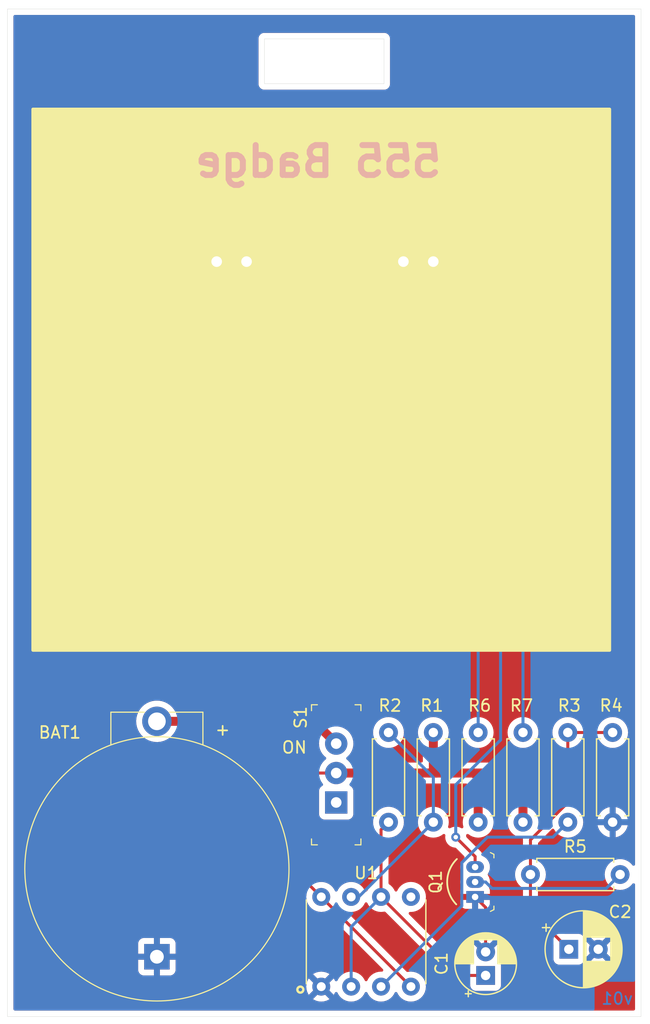
<source format=kicad_pcb>
(kicad_pcb (version 20211014) (generator pcbnew)
  (title_block (title "555_Badge") (rev "V01") (comment 3 "License CC BY 4.0") (comment 4 "Author: Sam DuBois"))
  (layers (0 "F.Cu" signal) (31 "B.Cu" signal) (34 "B.Paste" user) (35 "F.Paste" user) (36 "B.SilkS" user "B.Silkscreen") (37 "F.SilkS" user "F.Silkscreen") (38 "B.Mask" user) (39 "F.Mask" user) (44 "Edge.Cuts" user))
  (net 0 "")
  (net 1 "GND")
  (net 2 "Net-(BAT1-PadPos)")
  (net 3 "Net-(C1-Pad1)")
  (net 4 "Net-(C2-Pad1)")
  (net 5 "Net-(D1-Pad1)")
  (net 6 "Net-(D1-Pad2)")
  (net 7 "Net-(D2-Pad2)")
  (net 8 "Net-(Q1-Pad2)")
  (net 9 "VCC")
  (net 10 "Net-(R1-Pad2)")
  (net 11 "Net-(R3-Pad1)")
  (footprint "Resistor_THT:R_Axial_DIN0207_L6.3mm_D2.5mm_P7.62mm_Horizontal" (layer "F.Cu") (at 167.005 110.49 90)
    (fp_text reference "R6" (at 9.906 0.127 180) (layer "F.SilkS"))
    (fp_text value "100")
    (fp_line (start 0.54 1.04) (end 0.54 1.37) (layer "F.SilkS") (width 0.12))
    (fp_line (start 0.54 -1.37) (end 7.08 -1.37) (layer "F.SilkS") (width 0.12))
    (fp_line (start 7.08 -1.37) (end 7.08 -1.04) (layer "F.SilkS") (width 0.12))
    (fp_line (start 7.08 1.37) (end 7.08 1.04) (layer "F.SilkS") (width 0.12))
    (fp_line (start 0.54 1.37) (end 7.08 1.37) (layer "F.SilkS") (width 0.12))
    (fp_line (start 0.54 -1.04) (end 0.54 -1.37) (layer "F.SilkS") (width 0.12))
    (pad "1" thru_hole circle (at 0 0 90) (size 1.6 1.6) (drill 0.8) (layers *.Cu *.Mask) (net 9 "VCC"))
    (pad "2" thru_hole oval (at 7.62 0 90) (size 1.6 1.6) (drill 0.8) (layers *.Cu *.Mask) (net 6 "Net-(D1-Pad2)"))
  )
  (footprint "Capacitor_THT:CP_Radial_D6.3mm_P2.50mm" (layer "F.Cu") (at 174.712621 121.285)
    (fp_text reference "C2" (at 4.357379 -3.175) (layer "F.SilkS"))
    (fp_text value "100uF")
    (fp_line (start 1.57 -3.215) (end 1.57 -1.04) (layer "F.SilkS") (width 0.12))
    (fp_line (start 2.491 1.04) (end 2.491 2.986) (layer "F.SilkS") (width 0.12))
    (fp_line (start 1.93 1.04) (end 1.93 3.159) (layer "F.SilkS") (width 0.12))
    (fp_line (start 3.411 -2.416) (end 3.411 -1.04) (layer "F.SilkS") (width 0.12))
    (fp_line (start 2.691 1.04) (end 2.691 2.896) (layer "F.SilkS") (width 0.12))
    (fp_line (start 2.851 -2.812) (end 2.851 -1.04) (layer "F.SilkS") (width 0.12))
    (fp_line (start 2.331 -3.047) (end 2.331 -1.04) (layer "F.SilkS") (width 0.12))
    (fp_line (start 2.971 1.04) (end 2.971 2.742) (layer "F.SilkS") (width 0.12))
    (fp_line (start 2.211 1.04) (end 2.211 3.086) (layer "F.SilkS") (width 0.12))
    (fp_line (start 3.731 -2.092) (end 3.731 2.092) (layer "F.SilkS") (width 0.12))
    (fp_line (start 3.251 1.04) (end 3.251 2.548) (layer "F.SilkS") (width 0.12))
    (fp_line (start 2.731 1.04) (end 2.731 2.876) (layer "F.SilkS") (width 0.12))
    (fp_line (start 1.37 -3.228) (end 1.37 3.228) (layer "F.SilkS") (width 0.12))
    (fp_line (start 1.61 -3.211) (end 1.61 -1.04) (layer "F.SilkS") (width 0.12))
    (fp_line (start 3.171 1.04) (end 3.171 2.607) (layer "F.SilkS") (width 0.12))
    (fp_line (start 1.29 -3.23) (end 1.29 3.23) (layer "F.SilkS") (width 0.12))
    (fp_line (start 4.251 -1.262) (end 4.251 1.262) (layer "F.SilkS") (width 0.12))
    (fp_line (start 1.69 1.04) (end 1.69 3.201) (layer "F.SilkS") (width 0.12))
    (fp_line (start 2.371 -3.033) (end 2.371 -1.04) (layer "F.SilkS") (width 0.12))
    (fp_line (start 3.211 -2.578) (end 3.211 -1.04) (layer "F.SilkS") (width 0.12))
    (fp_line (start 3.011 -2.716) (end 3.011 -1.04) (layer "F.SilkS") (width 0.12))
    (fp_line (start 1.77 -3.189) (end 1.77 -1.04) (layer "F.SilkS") (width 0.12))
    (fp_line (start 3.931 -1.834) (end 3.931 1.834) (layer "F.SilkS") (width 0.12))
    (fp_line (start 2.771 -2.856) (end 2.771 -1.04) (layer "F.SilkS") (width 0.12))
    (fp_line (start 1.971 1.04) (end 1.971 3.15) (layer "F.SilkS") (width 0.12))
    (fp_line (start 3.291 -2.516) (end 3.291 -1.04) (layer "F.SilkS") (width 0.12))
    (fp_line (start 2.731 -2.876) (end 2.731 -1.04) (layer "F.SilkS") (width 0.12))
    (fp_line (start 2.931 -2.766) (end 2.931 -1.04) (layer "F.SilkS") (width 0.12))
    (fp_line (start 3.571 -2.265) (end 3.571 2.265) (layer "F.SilkS") (width 0.12))
    (fp_line (start 1.49 1.04) (end 1.49 3.222) (layer "F.SilkS") (width 0.12))
    (fp_line (start 2.851 1.04) (end 2.851 2.812) (layer "F.SilkS") (width 0.12))
    (fp_line (start 4.091 -1.581) (end 4.091 1.581) (layer "F.SilkS") (width 0.12))
    (fp_line (start 3.891 -1.89) (end 3.891 1.89) (layer "F.SilkS") (width 0.12))
    (fp_line (start 1.85 -3.175) (end 1.85 -1.04) (layer "F.SilkS") (width 0.12))
    (fp_line (start 3.051 1.04) (end 3.051 2.69) (layer "F.SilkS") (width 0.12))
    (fp_line (start 3.331 1.04) (end 3.331 2.484) (layer "F.SilkS") (width 0.12))
    (fp_line (start 1.65 1.04) (end 1.65 3.206) (layer "F.SilkS") (width 0.12))
    (fp_line (start 3.531 1.04) (end 3.531 2.305) (layer "F.SilkS") (width 0.12))
    (fp_line (start 4.051 -1.65) (end 4.051 1.65) (layer "F.SilkS") (width 0.12))
    (fp_line (start 3.491 -2.343) (end 3.491 -1.04) (layer "F.SilkS") (width 0.12))
    (fp_line (start 2.571 1.04) (end 2.571 2.952) (layer "F.SilkS") (width 0.12))
    (fp_line (start 4.291 -1.165) (end 4.291 1.165) (layer "F.SilkS") (width 0.12))
    (fp_line (start 4.011 -1.714) (end 4.011 1.714) (layer "F.SilkS") (width 0.12))
    (fp_line (start 3.451 -2.38) (end 3.451 -1.04) (layer "F.SilkS") (width 0.12))
    (fp_line (start 3.491 1.04) (end 3.491 2.343) (layer "F.SilkS") (width 0.12))
    (fp_line (start 2.771 1.04) (end 2.771 2.856) (layer "F.SilkS") (width 0.12))
    (fp_line (start 1.81 1.04) (end 1.81 3.182) (layer "F.SilkS") (width 0.12))
    (fp_line (start 2.571 -2.952) (end 2.571 -1.04) (layer "F.SilkS") (width 0.12))
    (fp_line (start 3.011 1.04) (end 3.011 2.716) (layer "F.SilkS") (width 0.12))
    (fp_line (start 2.611 -2.934) (end 2.611 -1.04) (layer "F.SilkS") (width 0.12))
    (fp_line (start 1.89 -3.167) (end 1.89 -1.04) (layer "F.SilkS") (width 0.12))
    (fp_line (start 2.091 -3.121) (end 2.091 -1.04) (layer "F.SilkS") (width 0.12))
    (fp_line (start 1.25 -3.23) (end 1.25 3.23) (layer "F.SilkS") (width 0.12))
    (fp_line (start 2.811 -2.834) (end 2.811 -1.04) (layer "F.SilkS") (width 0.12))
    (fp_line (start 3.411 1.04) (end 3.411 2.416) (layer "F.SilkS") (width 0.12))
    (fp_line (start 3.251 -2.548) (end 3.251 -1.04) (layer "F.SilkS") (width 0.12))
    (fp_line (start 2.491 -2.986) (end 2.491 -1.04) (layer "F.SilkS") (width 0.12))
    (fp_line (start 4.491 -0.402) (end 4.491 0.402) (layer "F.SilkS") (width 0.12))
    (fp_line (start 2.251 1.04) (end 2.251 3.074) (layer "F.SilkS") (width 0.12))
    (fp_line (start 4.371 -0.94) (end 4.371 0.94) (layer "F.SilkS") (width 0.12))
    (fp_line (start 1.73 -3.195) (end 1.73 -1.04) (layer "F.SilkS") (width 0.12))
    (fp_line (start 2.891 -2.79) (end 2.891 -1.04) (layer "F.SilkS") (width 0.12))
    (fp_line (start 2.611 1.04) (end 2.611 2.934) (layer "F.SilkS") (width 0.12))
    (fp_line (start 3.771 -2.044) (end 3.771 2.044) (layer "F.SilkS") (width 0.12))
    (fp_line (start 1.89 1.04) (end 1.89 3.167) (layer "F.SilkS") (width 0.12))
    (fp_line (start 3.091 -2.664) (end 3.091 -1.04) (layer "F.SilkS") (width 0.12))
    (fp_line (start 1.69 -3.201) (end 1.69 -1.04) (layer "F.SilkS") (width 0.12))
    (fp_line (start 2.011 -3.141) (end 2.011 -1.04) (layer "F.SilkS") (width 0.12))
    (fp_line (start 3.611 -2.224) (end 3.611 2.224) (layer "F.SilkS") (width 0.12))
    (fp_line (start 2.171 -3.098) (end 2.171 -1.04) (layer "F.SilkS") (width 0.12))
    (fp_line (start 2.331 1.04) (end 2.331 3.047) (layer "F.SilkS") (width 0.12))
    (fp_line (start 3.971 -1.776) (end 3.971 1.776) (layer "F.SilkS") (width 0.12))
    (fp_line (start 1.57 1.04) (end 1.57 3.215) (layer "F.SilkS") (width 0.12))
    (fp_line (start 3.371 1.04) (end 3.371 2.45) (layer "F.SilkS") (width 0.12))
    (fp_line (start 2.691 -2.896) (end 2.691 -1.04) (layer "F.SilkS") (width 0.12))
    (fp_line (start 2.171 1.04) (end 2.171 3.098) (layer "F.SilkS") (width 0.12))
    (fp_line (start 2.531 1.04) (end 2.531 2.97) (layer "F.SilkS") (width 0.12))
    (fp_line (start 1.53 -3.218) (end 1.53 -1.04) (layer "F.SilkS") (width 0.12))
    (fp_line (start 2.651 1.04) (end 2.651 2.916) (layer "F.SilkS") (width 0.12))
    (fp_line (start 2.131 -3.11) (end 2.131 -1.04) (layer "F.SilkS") (width 0.12))
    (fp_line (start 2.211 -3.086) (end 2.211 -1.04) (layer "F.SilkS") (width 0.12))
    (fp_line (start 2.411 1.04) (end 2.411 3.018) (layer "F.SilkS") (width 0.12))
    (fp_line (start 2.291 -3.061) (end 2.291 -1.04) (layer "F.SilkS") (width 0.12))
    (fp_line (start 2.451 1.04) (end 2.451 3.002) (layer "F.SilkS") (width 0.12))
    (fp_line (start -2.250241 -1.839) (end -1.620241 -1.839) (layer "F.SilkS") (width 0.12))
    (fp_line (start 3.371 -2.45) (end 3.371 -1.04) (layer "F.SilkS") (width 0.12))
    (fp_line (start 2.811 1.04) (end 2.811 2.834) (layer "F.SilkS") (width 0.12))
    (fp_line (start 2.051 1.04) (end 2.051 3.131) (layer "F.SilkS") (width 0.12))
    (fp_line (start 2.251 -3.074) (end 2.251 -1.04) (layer "F.SilkS") (width 0.12))
    (fp_line (start 1.41 -3.227) (end 1.41 3.227) (layer "F.SilkS") (width 0.12))
    (fp_line (start 2.531 -2.97) (end 2.531 -1.04) (layer "F.SilkS") (width 0.12))
    (fp_line (start 1.73 1.04) (end 1.73 3.195) (layer "F.SilkS") (width 0.12))
    (fp_line (start 1.81 -3.182) (end 1.81 -1.04) (layer "F.SilkS") (width 0.12))
    (fp_line (start 2.451 -3.002) (end 2.451 -1.04) (layer "F.SilkS") (width 0.12))
    (fp_line (start 2.651 -2.916) (end 2.651 -1.04) (layer "F.SilkS") (width 0.12))
    (fp_line (start 1.93 -3.159) (end 1.93 -1.04) (layer "F.SilkS") (width 0.12))
    (fp_line (start 1.45 -3.224) (end 1.45 3.224) (layer "F.SilkS") (width 0.12))
    (fp_line (start 3.291 1.04) (end 3.291 2.516) (layer "F.SilkS") (width 0.12))
    (fp_line (start 3.171 -2.607) (end 3.171 -1.04) (layer "F.SilkS") (width 0.12))
    (fp_line (start 4.331 -1.059) (end 4.331 1.059) (layer "F.SilkS") (width 0.12))
    (fp_line (start 2.051 -3.131) (end 2.051 -1.04) (layer "F.SilkS") (width 0.12))
    (fp_line (start 3.851 -1.944) (end 3.851 1.944) (layer "F.SilkS") (width 0.12))
    (fp_line (start -1.935241 -2.154) (end -1.935241 -1.524) (layer "F.SilkS") (width 0.12))
    (fp_line (start 4.411 -0.802) (end 4.411 0.802) (layer "F.SilkS") (width 0.12))
    (fp_line (start 2.971 -2.742) (end 2.971 -1.04) (layer "F.SilkS") (width 0.12))
    (fp_line (start 3.131 -2.636) (end 3.131 -1.04) (layer "F.SilkS") (width 0.12))
    (fp_line (start 1.61 1.04) (end 1.61 3.211) (layer "F.SilkS") (width 0.12))
    (fp_line (start 1.65 -3.206) (end 1.65 -1.04) (layer "F.SilkS") (width 0.12))
    (fp_line (start 4.211 -1.35) (end 4.211 1.35) (layer "F.SilkS") (width 0.12))
    (fp_line (start 3.211 1.04) (end 3.211 2.578) (layer "F.SilkS") (width 0.12))
    (fp_line (start 4.131 -1.509) (end 4.131 1.509) (layer "F.SilkS") (width 0.12))
    (fp_line (start 3.451 1.04) (end 3.451 2.38) (layer "F.SilkS") (width 0.12))
    (fp_line (start 3.691 -2.137) (end 3.691 2.137) (layer "F.SilkS") (width 0.12))
    (fp_line (start 1.53 1.04) (end 1.53 3.218) (layer "F.SilkS") (width 0.12))
    (fp_line (start 2.891 1.04) (end 2.891 2.79) (layer "F.SilkS") (width 0.12))
    (fp_line (start 3.651 -2.182) (end 3.651 2.182) (layer "F.SilkS") (width 0.12))
    (fp_line (start 2.931 1.04) (end 2.931 2.766) (layer "F.SilkS") (width 0.12))
    (fp_line (start 2.091 1.04) (end 2.091 3.121) (layer "F.SilkS") (width 0.12))
    (fp_line (start 3.331 -2.484) (end 3.331 -1.04) (layer "F.SilkS") (width 0.12))
    (fp_line (start 1.85 1.04) (end 1.85 3.175) (layer "F.SilkS") (width 0.12))
    (fp_line (start 1.49 -3.222) (end 1.49 -1.04) (layer "F.SilkS") (width 0.12))
    (fp_line (start 1.77 1.04) (end 1.77 3.189) (layer "F.SilkS") (width 0.12))
    (fp_line (start 2.291 1.04) (end 2.291 3.061) (layer "F.SilkS") (width 0.12))
    (fp_line (start 4.451 -0.633) (end 4.451 0.633) (layer "F.SilkS") (width 0.12))
    (fp_line (start 3.131 1.04) (end 3.131 2.636) (layer "F.SilkS") (width 0.12))
    (fp_line (start 3.051 -2.69) (end 3.051 -1.04) (layer "F.SilkS") (width 0.12))
    (fp_line (start 3.811 -1.995) (end 3.811 1.995) (layer "F.SilkS") (width 0.12))
    (fp_line (start 2.131 1.04) (end 2.131 3.11) (layer "F.SilkS") (width 0.12))
    (fp_line (start 4.171 -1.432) (end 4.171 1.432) (layer "F.SilkS") (width 0.12))
    (fp_line (start 3.091 1.04) (end 3.091 2.664) (layer "F.SilkS") (width 0.12))
    (fp_line (start 2.011 1.04) (end 2.011 3.141) (layer "F.SilkS") (width 0.12))
    (fp_line (start 2.371 1.04) (end 2.371 3.033) (layer "F.SilkS") (width 0.12))
    (fp_line (start 1.33 -3.23) (end 1.33 3.23) (layer "F.SilkS") (width 0.12))
    (fp_line (start 1.971 -3.15) (end 1.971 -1.04) (layer "F.SilkS") (width 0.12))
    (fp_line (start 2.411 -3.018) (end 2.411 -1.04) (layer "F.SilkS") (width 0.12))
    (fp_line (start 3.531 -2.305) (end 3.531 -1.04) (layer "F.SilkS") (width 0.12))
    (fp_circle (center 1.25 0) (end 4.52 0) (layer "F.SilkS") (width 0.12) (fill none))
    (pad "1" thru_hole rect (at 0 0) (size 1.6 1.6) (drill 0.8) (layers *.Cu *.Mask) (net 4 "Net-(C2-Pad1)"))
    (pad "2" thru_hole circle (at 2.5 0) (size 1.6 1.6) (drill 0.8) (layers *.Cu *.Mask) (net 1 "GND"))
  )
  (footprint "Resistor_THT:R_Axial_DIN0207_L6.3mm_D2.5mm_P7.62mm_Horizontal" (layer "F.Cu") (at 171.45 114.935)
    (fp_text reference "R5" (at 3.81 -2.37) (layer "F.SilkS"))
    (fp_text value "10k")
    (fp_line (start 7.08 1.37) (end 7.08 1.04) (layer "F.SilkS") (width 0.12))
    (fp_line (start 7.08 -1.37) (end 7.08 -1.04) (layer "F.SilkS") (width 0.12))
    (fp_line (start 0.54 -1.37) (end 7.08 -1.37) (layer "F.SilkS") (width 0.12))
    (fp_line (start 0.54 1.04) (end 0.54 1.37) (layer "F.SilkS") (width 0.12))
    (fp_line (start 0.54 1.37) (end 7.08 1.37) (layer "F.SilkS") (width 0.12))
    (fp_line (start 0.54 -1.04) (end 0.54 -1.37) (layer "F.SilkS") (width 0.12))
    (pad "1" thru_hole circle (at 0 0) (size 1.6 1.6) (drill 0.8) (layers *.Cu *.Mask) (net 4 "Net-(C2-Pad1)"))
    (pad "2" thru_hole oval (at 7.62 0) (size 1.6 1.6) (drill 0.8) (layers *.Cu *.Mask) (net 8 "Net-(Q1-Pad2)"))
  )
  (footprint "LED_THT:LED_D3.0mm" (layer "F.Cu") (at 144.78 62.865)
    (fp_text reference "D1" (at 1.27 -2.96) (layer "F.SilkS"))
    (fp_text value "RED")
    (fp_line (start -0.29 -1.236) (end -0.29 -1.08) (layer "F.SilkS") (width 0.12))
    (fp_line (start -0.29 1.08) (end -0.29 1.236) (layer "F.SilkS") (width 0.12))
    (fp_arc (start 2.942335 1.078608) (mid 1.366487 1.987659) (end -0.29 1.235516) (layer "F.SilkS") (width 0.12))
    (fp_arc (start 0.229039 -1.08) (mid 1.270117 -1.5) (end 2.31113 -1.079837) (layer "F.SilkS") (width 0.12))
    (fp_arc (start 2.31113 1.079837) (mid 1.270117 1.5) (end 0.229039 1.08) (layer "F.SilkS") (width 0.12))
    (fp_arc (start -0.29 -1.235516) (mid 1.366487 -1.987659) (end 2.942335 -1.078608) (layer "F.SilkS") (width 0.12))
    (pad "1" thru_hole rect (at 0 0) (size 1.8 1.8) (drill 0.9) (layers *.Cu *.Mask) (net 5 "Net-(D1-Pad1)"))
    (pad "2" thru_hole circle (at 2.54 0) (size 1.8 1.8) (drill 0.9) (layers *.Cu *.Mask) (net 6 "Net-(D1-Pad2)"))
  )
  (footprint "Capacitor_THT:CP_Radial_D5.0mm_P2.00mm" (layer "F.Cu") (at 167.64 123.510113 90)
    (fp_text reference "C1" (at 1 -3.75 90) (layer "F.SilkS"))
    (fp_text value "10uF")
    (fp_line (start 1.2 1.04) (end 1.2 2.573) (layer "F.SilkS") (width 0.12))
    (fp_line (start 3.441 -0.915) (end 3.441 0.915) (layer "F.SilkS") (width 0.12))
    (fp_line (start 1.6 1.04) (end 1.6 2.511) (layer "F.SilkS") (width 0.12))
    (fp_line (start 2.921 1.04) (end 2.921 1.743) (layer "F.SilkS") (width 0.12))
    (fp_line (start 1.841 1.04) (end 1.841 2.442) (layer "F.SilkS") (width 0.12))
    (fp_line (start 2.961 1.04) (end 2.961 1.699) (layer "F.SilkS") (width 0.12))
    (fp_line (start 1.56 1.04) (end 1.56 2.52) (layer "F.SilkS") (width 0.12))
    (fp_line (start 1.881 -2.428) (end 1.881 -1.04) (layer "F.SilkS") (width 0.12))
    (fp_line (start 3.401 -1.011) (end 3.401 1.011) (layer "F.SilkS") (width 0.12))
    (fp_line (start 1.761 -2.468) (end 1.761 -1.04) (layer "F.SilkS") (width 0.12))
    (fp_line (start 3.001 1.04) (end 3.001 1.653) (layer "F.SilkS") (width 0.12))
    (fp_line (start 1.24 -2.569) (end 1.24 -1.04) (layer "F.SilkS") (width 0.12))
    (fp_line (start 2.801 -1.864) (end 2.801 -1.04) (layer "F.SilkS") (width 0.12))
    (fp_line (start 2.481 -2.122) (end 2.481 -1.04) (layer "F.SilkS") (width 0.12))
    (fp_line (start 1.52 1.04) (end 1.52 2.528) (layer "F.SilkS") (width 0.12))
    (fp_line (start 1.68 1.04) (end 1.68 2.491) (layer "F.SilkS") (width 0.12))
    (fp_line (start 2.681 -1.971) (end 2.681 -1.04) (layer "F.SilkS") (width 0.12))
    (fp_line (start 1.44 1.04) (end 1.44 2.543) (layer "F.SilkS") (width 0.12))
    (fp_line (start 3.561 -0.518) (end 3.561 0.518) (layer "F.SilkS") (width 0.12))
    (fp_line (start 1.52 -2.528) (end 1.52 -1.04) (layer "F.SilkS") (width 0.12))
    (fp_line (start 3.321 -1.178) (end 3.321 1.178) (layer "F.SilkS") (width 0.12))
    (fp_line (start 2.401 -2.175) (end 2.401 -1.04) (layer "F.SilkS") (width 0.12))
    (fp_line (start 1.44 -2.543) (end 1.44 -1.04) (layer "F.SilkS") (width 0.12))
    (fp_line (start 2.761 -1.901) (end 2.761 -1.04) (layer "F.SilkS") (width 0.12))
    (fp_line (start 1.08 1.04) (end 1.08 2.579) (layer "F.SilkS") (width 0.12))
    (fp_line (start 1.04 1.04) (end 1.04 2.58) (layer "F.SilkS") (width 0.12))
    (fp_line (start 1.801 -2.455) (end 1.801 -1.04) (layer "F.SilkS") (width 0.12))
    (fp_line (start 3.161 -1.443) (end 3.161 1.443) (layer "F.SilkS") (width 0.12))
    (fp_line (start 2.481 1.04) (end 2.481 2.122) (layer "F.SilkS") (width 0.12))
    (fp_line (start 1.761 1.04) (end 1.761 2.468) (layer "F.SilkS") (width 0.12))
    (fp_line (start 2.921 -1.743) (end 2.921 -1.04) (layer "F.SilkS") (width 0.12))
    (fp_line (start 2.841 1.04) (end 2.841 1.826) (layer "F.SilkS") (width 0.12))
    (fp_line (start 1.921 1.04) (end 1.921 2.414) (layer "F.SilkS") (width 0.12))
    (fp_line (start 2.001 -2.382) (end 2.001 -1.04) (layer "F.SilkS") (width 0.12))
    (fp_line (start 2.081 1.04) (end 2.081 2.348) (layer "F.SilkS") (width 0.12))
    (fp_line (start 1.4 1.04) (end 1.4 2.55) (layer "F.SilkS") (width 0.12))
    (fp_line (start 2.201 -2.29) (end 2.201 -1.04) (layer "F.SilkS") (width 0.12))
    (fp_line (start 1.28 1.04) (end 1.28 2.565) (layer "F.SilkS") (width 0.12))
    (fp_line (start 1.4 -2.55) (end 1.4 -1.04) (layer "F.SilkS") (width 0.12))
    (fp_line (start 3.281 -1.251) (end 3.281 1.251) (layer "F.SilkS") (width 0.12))
    (fp_line (start 1.04 -2.58) (end 1.04 -1.04) (layer "F.SilkS") (width 0.12))
    (fp_line (start 2.241 -2.268) (end 2.241 -1.04) (layer "F.SilkS") (width 0.12))
    (fp_line (start 2.401 1.04) (end 2.401 2.175) (layer "F.SilkS") (width 0.12))
    (fp_line (start 1 -2.58) (end 1 -1.04) (layer "F.SilkS") (width 0.12))
    (fp_line (start 2.521 1.04) (end 2.521 2.095) (layer "F.SilkS") (width 0.12))
    (fp_line (start 1.721 1.04) (end 1.721 2.48) (layer "F.SilkS") (width 0.12))
    (fp_line (start 2.641 1.04) (end 2.641 2.004) (layer "F.SilkS") (width 0.12))
    (fp_line (start 1.48 -2.536) (end 1.48 -1.04) (layer "F.SilkS") (width 0.12))
    (fp_line (start 2.801 1.04) (end 2.801 1.864) (layer "F.SilkS") (width 0.12))
    (fp_line (start 2.081 -2.348) (end 2.081 -1.04) (layer "F.SilkS") (width 0.12))
    (fp_line (start 2.601 1.04) (end 2.601 2.035) (layer "F.SilkS") (width 0.12))
    (fp_line (start 2.161 1.04) (end 2.161 2.31) (layer "F.SilkS") (width 0.12))
    (fp_line (start 1.841 -2.442) (end 1.841 -1.04) (layer "F.SilkS") (width 0.12))
    (fp_line (start 2.121 -2.329) (end 2.121 -1.04) (layer "F.SilkS") (width 0.12))
    (fp_line (start 1.16 1.04) (end 1.16 2.576) (layer "F.SilkS") (width 0.12))
    (fp_line (start 3.481 -0.805) (end 3.481 0.805) (layer "F.SilkS") (width 0.12))
    (fp_line (start 2.281 1.04) (end 2.281 2.247) (layer "F.SilkS") (width 0.12))
    (fp_line (start 1.12 -2.578) (end 1.12 -1.04) (layer "F.SilkS") (width 0.12))
    (fp_line (start 1.881 1.04) (end 1.881 2.428) (layer "F.SilkS") (width 0.12))
    (fp_line (start 2.601 -2.035) (end 2.601 -1.04) (layer "F.SilkS") (width 0.12))
    (fp_line (start 3.121 -1.5) (end 3.121 1.5) (layer "F.SilkS") (width 0.12))
    (fp_line (start 2.681 1.04) (end 2.681 1.971) (layer "F.SilkS") (width 0.12))
    (fp_line (start 2.161 -2.31) (end 2.161 -1.04) (layer "F.SilkS") (width 0.12))
    (fp_line (start 1.36 1.04) (end 1.36 2.556) (layer "F.SilkS") (width 0.12))
    (fp_line (start 2.281 -2.247) (end 2.281 -1.04) (layer "F.SilkS") (width 0.12))
    (fp_line (start 1 1.04) (end 1 2.58) (layer "F.SilkS") (width 0.12))
    (fp_line (start 1.32 1.04) (end 1.32 2.561) (layer "F.SilkS") (width 0.12))
    (fp_line (start 3.521 -0.677) (end 3.521 0.677) (layer "F.SilkS") (width 0.12))
    (fp_line (start 1.48 1.04) (end 1.48 2.536) (layer "F.SilkS") (width 0.12))
    (fp_line (start -1.554775 -1.725) (end -1.554775 -1.225) (layer "F.SilkS") (width 0.12))
    (fp_line (start 2.441 1.04) (end 2.441 2.149) (layer "F.SilkS") (width 0.12))
    (fp_line (start 2.561 1.04) (end 2.561 2.065) (layer "F.SilkS") (width 0.12))
    (fp_line (start 3.001 -1.653) (end 3.001 -1.04) (layer "F.SilkS") (width 0.12))
    (fp_line (start 1.08 -2.579) (end 1.08 -1.04) (layer "F.SilkS") (width 0.12))
    (fp_line (start 3.201 -1.383) (end 3.201 1.383) (layer "F.SilkS") (width 0.12))
    (fp_line (start 3.361 -1.098) (end 3.361 1.098) (layer "F.SilkS") (width 0.12))
    (fp_line (start 2.201 1.04) (end 2.201 2.29) (layer "F.SilkS") (width 0.12))
    (fp_line (start 1.24 1.04) (end 1.24 2.569) (layer "F.SilkS") (width 0.12))
    (fp_line (start 2.121 1.04) (end 2.121 2.329) (layer "F.SilkS") (width 0.12))
    (fp_line (start 2.721 1.04) (end 2.721 1.937) (layer "F.SilkS") (width 0.12))
    (fp_line (start 2.001 1.04) (end 2.001 2.382) (layer "F.SilkS") (width 0.12))
    (fp_line (start 2.321 1.04) (end 2.321 2.224) (layer "F.SilkS") (width 0.12))
    (fp_line (start 2.761 1.04) (end 2.761 1.901) (layer "F.SilkS") (width 0.12))
    (fp_line (start 2.041 -2.365) (end 2.041 -1.04) (layer "F.SilkS") (width 0.12))
    (fp_line (start -1.804775 -1.475) (end -1.304775 -1.475) (layer "F.SilkS") (width 0.12))
    (fp_line (start 1.32 -2.561) (end 1.32 -1.04) (layer "F.SilkS") (width 0.12))
    (fp_line (start 1.6 -2.511) (end 1.6 -1.04) (layer "F.SilkS") (width 0.12))
    (fp_line (start 1.801 1.04) (end 1.801 2.455) (layer "F.SilkS") (width 0.12))
    (fp_line (start 1.36 -2.556) (end 1.36 -1.04) (layer "F.SilkS") (width 0.12))
    (fp_line (start 1.961 1.04) (end 1.961 2.398) (layer "F.SilkS") (width 0.12))
    (fp_line (start 2.961 -1.699) (end 2.961 -1.04) (layer "F.SilkS") (width 0.12))
    (fp_line (start 1.12 1.04) (end 1.12 2.578) (layer "F.SilkS") (width 0.12))
    (fp_line (start 2.521 -2.095) (end 2.521 -1.04) (layer "F.SilkS") (width 0.12))
    (fp_line (start 2.041 1.04) (end 2.041 2.365) (layer "F.SilkS") (width 0.12))
    (fp_line (start 2.561 -2.065) (end 2.561 -1.04) (layer "F.SilkS") (width 0.12))
    (fp_line (start 2.881 -1.785) (end 2.881 -1.04) (layer "F.SilkS") (width 0.12))
    (fp_line (start 1.2 -2.573) (end 1.2 -1.04) (layer "F.SilkS") (width 0.12))
    (fp_line (start 2.641 -2.004) (end 2.641 -1.04) (layer "F.SilkS") (width 0.12))
    (fp_line (start 2.361 1.04) (end 2.361 2.2) (layer "F.SilkS") (width 0.12))
    (fp_line (start 1.56 -2.52) (end 1.56 -1.04) (layer "F.SilkS") (width 0.12))
    (fp_line (start 2.361 -2.2) (end 2.361 -1.04) (layer "F.SilkS") (width 0.12))
    (fp_line (start 1.961 -2.398) (end 1.961 -1.04) (layer "F.SilkS") (width 0.12))
    (fp_line (start 2.881 1.04) (end 2.881 1.785) (layer "F.SilkS") (width 0.12))
    (fp_line (start 2.841 -1.826) (end 2.841 -1.04) (layer "F.SilkS") (width 0.12))
    (fp_line (start 1.16 -2.576) (end 1.16 -1.04) (layer "F.SilkS") (width 0.12))
    (fp_line (start 1.64 -2.501) (end 1.64 -1.04) (layer "F.SilkS") (width 0.12))
    (fp_line (start 2.721 -1.937) (end 2.721 -1.04) (layer "F.SilkS") (width 0.12))
    (fp_line (start 3.041 -1.605) (end 3.041 1.605) (layer "F.SilkS") (width 0.12))
    (fp_line (start 1.68 -2.491) (end 1.68 -1.04) (layer "F.SilkS") (width 0.12))
    (fp_line (start 1.28 -2.565) (end 1.28 -1.04) (layer "F.SilkS") (width 0.12))
    (fp_line (start 2.321 -2.224) (end 2.321 -1.04) (layer "F.SilkS") (width 0.12))
    (fp_line (start 2.441 -2.149) (end 2.441 -1.04) (layer "F.SilkS") (width 0.12))
    (fp_line (start 3.241 -1.319) (end 3.241 1.319) (layer "F.SilkS") (width 0.12))
    (fp_line (start 3.601 -0.284) (end 3.601 0.284) (layer "F.SilkS") (width 0.12))
    (fp_line (start 1.921 -2.414) (end 1.921 -1.04) (layer "F.SilkS") (width 0.12))
    (fp_line (start 1.721 -2.48) (end 1.721 -1.04) (layer "F.SilkS") (width 0.12))
    (fp_line (start 3.081 -1.554) (end 3.081 1.554) (layer "F.SilkS") (width 0.12))
    (fp_line (start 1.64 1.04) (end 1.64 2.501) (layer "F.SilkS") (width 0.12))
    (fp_line (start 2.241 1.04) (end 2.241 2.268) (layer "F.SilkS") (width 0.12))
    (fp_circle (center 1 0) (end 3.62 0) (layer "F.SilkS") (width 0.12) (fill none))
    (pad "1" thru_hole rect (at 0 0 90) (size 1.6 1.6) (drill 0.8) (layers *.Cu *.Mask) (net 3 "Net-(C1-Pad1)"))
    (pad "2" thru_hole circle (at 2 0 90) (size 1.6 1.6) (drill 0.8) (layers *.Cu *.Mask) (net 1 "GND"))
  )
  (footprint "555_Badge:ICM7555-PDIP" (layer "F.Cu") (at 157.48 120.65)
    (fp_text reference "U1" (at 0 -5.842 unlocked) (layer "F.SilkS"))
    (fp_text value "7555")
    (fp_line (start -5.08 3.556) (end -5.08 -3.556) (layer "F.SilkS") (width 0.12))
    (fp_line (start 5.08 3.556) (end 5.08 -3.556) (layer "F.SilkS") (width 0.12))
    (fp_circle (center -5.588 4.064) (end -5.334 4.064) (layer "F.SilkS") (width 0.2032) (fill none))
    (pad "1" thru_hole circle (at -3.81 3.81) (size 1.524 1.524) (drill 0.762) (layers *.Cu *.Mask) (net 1 "GND"))
    (pad "2" thru_hole circle (at -1.27 3.81) (size 1.524 1.524) (drill 0.762) (layers *.Cu *.Mask) (net 3 "Net-(C1-Pad1)"))
    (pad "3" thru_hole circle (at 1.27 3.81) (size 1.524 1.524) (drill 0.762) (layers *.Cu *.Mask) (net 11 "Net-(R3-Pad1)"))
    (pad "4" thru_hole circle (at 3.81 3.81) (size 1.524 1.524) (drill 0.762) (layers *.Cu *.Mask) (net 9 "VCC"))
    (pad "5" thru_hole circle (at 3.81 -3.81) (size 1.524 1.524) (drill 0.762) (layers *.Cu *.Mask))
    (pad "6" thru_hole circle (at 1.27 -3.81) (size 1.524 1.524) (drill 0.762) (layers *.Cu *.Mask) (net 3 "Net-(C1-Pad1)"))
    (pad "7" thru_hole circle (at -1.27 -3.81) (size 1.524 1.524) (drill 0.762) (layers *.Cu *.Mask) (net 10 "Net-(R1-Pad2)"))
    (pad "8" thru_hole circle (at -3.81 -3.81) (size 1.524 1.524) (drill 0.762) (layers *.Cu *.Mask) (net 9 "VCC"))
  )
  (footprint "Resistor_THT:R_Axial_DIN0207_L6.3mm_D2.5mm_P7.62mm_Horizontal" (layer "F.Cu") (at 170.815 110.49 90)
    (fp_text reference "R7" (at 9.906 -0.127 180) (layer "F.SilkS"))
    (fp_text value "100")
    (fp_line (start 7.08 1.37) (end 7.08 1.04) (layer "F.SilkS") (width 0.12))
    (fp_line (start 0.54 -1.04) (end 0.54 -1.37) (layer "F.SilkS") (width 0.12))
    (fp_line (start 0.54 1.37) (end 7.08 1.37) (layer "F.SilkS") (width 0.12))
    (fp_line (start 7.08 -1.37) (end 7.08 -1.04) (layer "F.SilkS") (width 0.12))
    (fp_line (start 0.54 1.04) (end 0.54 1.37) (layer "F.SilkS") (width 0.12))
    (fp_line (start 0.54 -1.37) (end 7.08 -1.37) (layer "F.SilkS") (width 0.12))
    (pad "1" thru_hole circle (at 0 0 90) (size 1.6 1.6) (drill 0.8) (layers *.Cu *.Mask) (net 9 "VCC"))
    (pad "2" thru_hole oval (at 7.62 0 90) (size 1.6 1.6) (drill 0.8) (layers *.Cu *.Mask) (net 7 "Net-(D2-Pad2)"))
  )
  (footprint "digikey-footprints:TO-92-3" (layer "F.Cu") (at 166.745 116.84 90)
    (fp_text reference "Q1" (at 1.27 -3.35 90) (layer "F.SilkS"))
    (fp_text value "2N3904")
    (fp_line (start 3.62 1.6) (end 3.32 1.6) (layer "F.SilkS") (width 0.1))
    (fp_line (start -0.78 1.6) (end -1.08 1.6) (layer "F.SilkS") (width 0.1))
    (fp_line (start 3.62 1.6) (end 3.77 1.3) (layer "F.SilkS") (width 0.1))
    (fp_line (start -1.08 1.6) (end -1.23 1.3) (layer "F.SilkS") (width 0.1))
    (fp_arc (start -0.63 -1.6) (mid 1.305355 -2.372361) (end 3.22 -1.55) (layer "F.SilkS") (width 0.15))
    (pad "1" thru_hole rect locked (at 0 0 270) (size 1 1.5) (drill 0.55) (layers *.Cu *.Mask) (net 1 "GND"))
    (pad "2" thru_hole oval locked (at 1.27 0 270) (size 1 1.5) (drill 0.55) (layers *.Cu *.Mask) (net 8 "Net-(Q1-Pad2)"))
    (pad "3" thru_hole oval locked (at 2.54 0 270) (size 1 1.5) (drill 0.55) (layers *.Cu *.Mask) (net 5 "Net-(D1-Pad1)"))
  )
  (footprint "digikey-footprints:Battery_Holder_Coin_2032_BS-7" (layer "F.Cu") (at 139.7 121.92 90)
    (fp_text reference "BAT1" (at 19.05 -8.255 180) (layer "F.SilkS"))
    (fp_text value "BS-7")
    (fp_line (start 20.7772 3.9116) (end 20.7772 1.0668) (layer "F.SilkS") (width 0.1))
    (fp_line (start 20.7772 -3.9116) (end 20.7772 -1.0668) (layer "F.SilkS") (width 0.1))
    (fp_line (start 18.034 -3.9116) (end 20.7772 -3.9116) (layer "F.SilkS") (width 0.1))
    (fp_line (start 18.034 3.9116) (end 20.7772 3.9116) (layer "F.SilkS") (width 0.1))
    (fp_circle (center 7.4676 0) (end -3.7592 0) (layer "F.SilkS") (width 0.1) (fill none))
    (pad "Neg" thru_hole rect locked (at 0 0 90) (size 2.17 2.17) (drill 1.17) (layers *.Cu *.Mask) (net 1 "GND"))
    (pad "Pos" thru_hole circle locked (at 20 0 90) (size 2.5 2.5) (drill 1.5) (layers *.Cu *.Mask) (net 2 "Net-(BAT1-PadPos)"))
  )
  (footprint "digikey-footprints:Switch_Slide_11.6x4mm_EG1218" (layer "F.Cu") (at 154.94 108.8136 90)
    (fp_text reference "S1" (at 7.2136 -3.02 90) (layer "F.SilkS"))
    (fp_text value "EG1218")
    (fp_line (start 8.3 2.1) (end 7.8 2.1) (layer "F.SilkS") (width 0.1))
    (fp_line (start -3.6 2.1) (end -3.1 2.1) (layer "F.SilkS") (width 0.1))
    (fp_line (start 8.3 2.1) (end 8.3 1.6) (layer "F.SilkS") (width 0.1))
    (fp_line (start -3.6 -2.1) (end -3.6 -1.6) (layer "F.SilkS") (width 0.1))
    (fp_line (start -3.6 -2.1) (end -3.1 -2.1) (layer "F.SilkS") (width 0.1))
    (fp_line (start -3.6 2.1) (end -3.6 1.6) (layer "F.SilkS") (width 0.1))
    (fp_line (start 8.3 -2.1) (end 8.3 -1.6) (layer "F.SilkS") (width 0.1))
    (fp_line (start 8.3 -2.1) (end 7.8 -2.1) (layer "F.SilkS") (width 0.1))
    (pad "1" thru_hole rect locked (at 0 0 90) (size 1.9 1.9) (drill 0.9) (layers *.Cu *.Mask))
    (pad "2" thru_hole circle locked (at 2.5 0 90) (size 1.9 1.9) (drill 0.9) (layers *.Cu *.Mask) (net 9 "VCC"))
    (pad "3" thru_hole circle locked (at 5 0 90) (size 1.9 1.9) (drill 0.9) (layers *.Cu *.Mask) (net 2 "Net-(BAT1-PadPos)"))
  )
  (footprint "Resistor_THT:R_Axial_DIN0207_L6.3mm_D2.5mm_P7.62mm_Horizontal" (layer "F.Cu") (at 174.625 110.49 90)
    (fp_text reference "R3" (at 9.906 0.127 180) (layer "F.SilkS"))
    (fp_text value "22k")
    (fp_line (start 7.08 1.37) (end 7.08 1.04) (layer "F.SilkS") (width 0.12))
    (fp_line (start 0.54 -1.04) (end 0.54 -1.37) (layer "F.SilkS") (width 0.12))
    (fp_line (start 0.54 1.04) (end 0.54 1.37) (layer "F.SilkS") (width 0.12))
    (fp_line (start 7.08 -1.37) (end 7.08 -1.04) (layer "F.SilkS") (width 0.12))
    (fp_line (start 0.54 -1.37) (end 7.08 -1.37) (layer "F.SilkS") (width 0.12))
    (fp_line (start 0.54 1.37) (end 7.08 1.37) (layer "F.SilkS") (width 0.12))
    (pad "1" thru_hole circle (at 0 0 90) (size 1.6 1.6) (drill 0.8) (layers *.Cu *.Mask) (net 11 "Net-(R3-Pad1)"))
    (pad "2" thru_hole oval (at 7.62 0 90) (size 1.6 1.6) (drill 0.8) (layers *.Cu *.Mask) (net 4 "Net-(C2-Pad1)"))
  )
  (footprint "LED_THT:LED_D3.0mm" (layer "F.Cu") (at 160.65 62.865)
    (fp_text reference "D2" (at 1.27 -2.96) (layer "F.SilkS"))
    (fp_text value "RED")
    (fp_line (start -0.29 1.08) (end -0.29 1.236) (layer "F.SilkS") (width 0.12))
    (fp_line (start -0.29 -1.236) (end -0.29 -1.08) (layer "F.SilkS") (width 0.12))
    (fp_arc (start 2.942335 1.078608) (mid 1.366487 1.987659) (end -0.29 1.235516) (layer "F.SilkS") (width 0.12))
    (fp_arc (start -0.29 -1.235516) (mid 1.366487 -1.987659) (end 2.942335 -1.078608) (layer "F.SilkS") (width 0.12))
    (fp_arc (start 2.31113 1.079837) (mid 1.270117 1.5) (end 0.229039 1.08) (layer "F.SilkS") (width 0.12))
    (fp_arc (start 0.229039 -1.08) (mid 1.270117 -1.5) (end 2.31113 -1.079837) (layer "F.SilkS") (width 0.12))
    (pad "1" thru_hole rect (at 0 0) (size 1.8 1.8) (drill 0.9) (layers *.Cu *.Mask) (net 5 "Net-(D1-Pad1)"))
    (pad "2" thru_hole circle (at 2.54 0) (size 1.8 1.8) (drill 0.9) (layers *.Cu *.Mask) (net 7 "Net-(D2-Pad2)"))
  )
  (footprint "Resistor_THT:R_Axial_DIN0207_L6.3mm_D2.5mm_P7.62mm_Horizontal" (layer "F.Cu") (at 159.385 102.87 -90)
    (fp_text reference "R2" (at -2.286 -0.127 180) (layer "F.SilkS"))
    (fp_text value "330k")
    (fp_line (start 0.54 1.04) (end 0.54 1.37) (layer "F.SilkS") (width 0.12))
    (fp_line (start 0.54 -1.04) (end 0.54 -1.37) (layer "F.SilkS") (width 0.12))
    (fp_line (start 7.08 -1.37) (end 7.08 -1.04) (layer "F.SilkS") (width 0.12))
    (fp_line (start 0.54 -1.37) (end 7.08 -1.37) (layer "F.SilkS") (width 0.12))
    (fp_line (start 7.08 1.37) (end 7.08 1.04) (layer "F.SilkS") (width 0.12))
    (fp_line (start 0.54 1.37) (end 7.08 1.37) (layer "F.SilkS") (width 0.12))
    (pad "1" thru_hole circle (at 0 0 270) (size 1.6 1.6) (drill 0.8) (layers *.Cu *.Mask) (net 10 "Net-(R1-Pad2)"))
    (pad "2" thru_hole oval (at 7.62 0 270) (size 1.6 1.6) (drill 0.8) (layers *.Cu *.Mask) (net 3 "Net-(C1-Pad1)"))
  )
  (footprint "Resistor_THT:R_Axial_DIN0207_L6.3mm_D2.5mm_P7.62mm_Horizontal" (layer "F.Cu") (at 178.435 102.87 -90)
    (fp_text reference "R4" (at -2.286 0.127 180) (layer "F.SilkS"))
    (fp_text value "100k")
    (fp_line (start 0.54 1.37) (end 7.08 1.37) (layer "F.SilkS") (width 0.12))
    (fp_line (start 0.54 1.04) (end 0.54 1.37) (layer "F.SilkS") (width 0.12))
    (fp_line (start 0.54 -1.37) (end 7.08 -1.37) (layer "F.SilkS") (width 0.12))
    (fp_line (start 7.08 1.37) (end 7.08 1.04) (layer "F.SilkS") (width 0.12))
    (fp_line (start 0.54 -1.04) (end 0.54 -1.37) (layer "F.SilkS") (width 0.12))
    (fp_line (start 7.08 -1.37) (end 7.08 -1.04) (layer "F.SilkS") (width 0.12))
    (pad "1" thru_hole circle (at 0 0 270) (size 1.6 1.6) (drill 0.8) (layers *.Cu *.Mask) (net 4 "Net-(C2-Pad1)"))
    (pad "2" thru_hole oval (at 7.62 0 270) (size 1.6 1.6) (drill 0.8) (layers *.Cu *.Mask) (net 1 "GND"))
  )
  (footprint "Resistor_THT:R_Axial_DIN0207_L6.3mm_D2.5mm_P7.62mm_Horizontal" (layer "F.Cu") (at 163.195 102.87 -90)
    (fp_text reference "R1" (at -2.286 0.127 180) (layer "F.SilkS"))
    (fp_text value "22k")
    (fp_line (start 0.54 -1.37) (end 7.08 -1.37) (layer "F.SilkS") (width 0.12))
    (fp_line (start 7.08 -1.37) (end 7.08 -1.04) (layer "F.SilkS") (width 0.12))
    (fp_line (start 7.08 1.37) (end 7.08 1.04) (layer "F.SilkS") (width 0.12))
    (fp_line (start 0.54 1.04) (end 0.54 1.37) (layer "F.SilkS") (width 0.12))
    (fp_line (start 0.54 -1.04) (end 0.54 -1.37) (layer "F.SilkS") (width 0.12))
    (fp_line (start 0.54 1.37) (end 7.08 1.37) (layer "F.SilkS") (width 0.12))
    (pad "1" thru_hole circle (at 0 0 270) (size 1.6 1.6) (drill 0.8) (layers *.Cu *.Mask) (net 9 "VCC"))
    (pad "2" thru_hole oval (at 7.62 0 270) (size 1.6 1.6) (drill 0.8) (layers *.Cu *.Mask) (net 10 "Net-(R1-Pad2)"))
  )
  (gr_line (start 148.844 47.752) (end 148.844 43.942) (layer "Edge.Cuts") (width 0.0254))
  (gr_line (start 159.004 47.752) (end 148.844 47.752) (layer "Edge.Cuts") (width 0.0254))
  (gr_line (start 127 41.402) (end 127 127) (layer "Edge.Cuts") (width 0.0254))
  (gr_line (start 148.844 43.942) (end 159.004 43.942) (layer "Edge.Cuts") (width 0.0254))
  (gr_line (start 180.848 127) (end 127 127) (layer "Edge.Cuts") (width 0.0254))
  (gr_line (start 180.848 127) (end 180.848 41.402) (layer "Edge.Cuts") (width 0.0254))
  (gr_line (start 180.848 41.402) (end 127 41.402) (layer "Edge.Cuts") (width 0.0254))
  (gr_line (start 159.004 43.942) (end 159.004 47.752) (layer "Edge.Cuts") (width 0.0254))
  (gr_text "v01" (at 178.816 125.476) (layer "B.Cu") (effects (font (size 1 1)) (justify mirror)))
  (gr_text "555 Badge\n" (at 153.416 54.356) (layer "B.SilkS") (effects (font (size 2.54 2.54) (thickness 0.508)) (justify mirror)))
  (gr_text "+" (at 145.288 102.616) (layer "F.SilkS") (effects (font (size 1 1))))
  (gr_text "ON" (at 151.384 104.14) (layer "F.SilkS") (effects (font (size 1 1))))
  (segment (start 167.64 121.510113) (end 167.64 117.735) (width 0.254) (layer "F.Cu") (net 1))
  (segment (start 167.64 117.735) (end 166.745 116.84) (width 0.254) (layer "F.Cu") (net 1))
  (segment (start 167.865113 121.510113) (end 167.64 121.510113) (width 0.254) (layer "F.Cu") (net 1))
  (segment (start 139.7 101.92) (end 153.0464 101.92) (width 0.762) (layer "F.Cu") (net 2))
  (segment (start 153.0464 101.92) (end 154.94 103.8136) (width 0.762) (layer "F.Cu") (net 2))
  (segment (start 165.420113 123.510113) (end 167.64 123.510113) (width 0.254) (layer "F.Cu") (net 3))
  (segment (start 158.75 116.84) (end 158.75 111.125) (width 0.254) (layer "F.Cu") (net 3))
  (segment (start 158.75 116.84) (end 165.420113 123.510113) (width 0.254) (layer "F.Cu") (net 3))
  (segment (start 158.75 111.125) (end 159.385 110.49) (width 0.254) (layer "F.Cu") (net 3))
  (segment (start 156.21 119.38) (end 158.75 116.84) (width 0.254) (layer "B.Cu") (net 3))
  (segment (start 156.21 124.46) (end 156.21 119.38) (width 0.254) (layer "B.Cu") (net 3))
  (segment (start 174.625 102.87) (end 178.435 102.87) (width 0.254) (layer "F.Cu") (net 4))
  (segment (start 171.45 118.022379) (end 174.712621 121.285) (width 0.254) (layer "F.Cu") (net 4))
  (segment (start 171.45 114.935) (end 171.45 118.022379) (width 0.254) (layer "F.Cu") (net 4))
  (segment (start 171.45 114.935) (end 171.45 111.995504) (width 0.254) (layer "F.Cu") (net 4))
  (segment (start 174.625 108.820504) (end 174.625 102.87) (width 0.254) (layer "F.Cu") (net 4))
  (segment (start 171.45 111.995504) (end 174.625 108.820504) (width 0.254) (layer "F.Cu") (net 4))
  (segment (start 166.745 114.3) (end 166.745 113.405) (width 0.254) (layer "F.Cu") (net 5))
  (segment (start 166.745 113.405) (end 165.1 111.76) (width 0.254) (layer "F.Cu") (net 5))
  (via (at 165.1 111.76) (size 0.762) (drill 0.381) (layers "F.Cu" "B.Cu") (net 5))
  (segment (start 165.1 111.76) (end 165.1 107.315) (width 0.254) (layer "B.Cu") (net 5))
  (segment (start 168.91 103.505) (end 168.91 71.125) (width 0.254) (layer "B.Cu") (net 5))
  (segment (start 159.369489 64.145511) (end 146.060511 64.145511) (width 0.254) (layer "B.Cu") (net 5))
  (segment (start 168.91 71.125) (end 160.65 62.865) (width 0.254) (layer "B.Cu") (net 5))
  (segment (start 165.1 107.315) (end 168.91 103.505) (width 0.254) (layer "B.Cu") (net 5))
  (segment (start 160.65 62.865) (end 159.369489 64.145511) (width 0.254) (layer "B.Cu") (net 5))
  (segment (start 146.060511 64.145511) (end 144.78 62.865) (width 0.254) (layer "B.Cu") (net 5))
  (segment (start 143.51 67.31) (end 143.499489 67.299489) (width 0.254) (layer "B.Cu") (net 6))
  (segment (start 142.24 59.055) (end 146.685 59.055) (width 0.254) (layer "B.Cu") (net 6))
  (segment (start 140.97 60.325) (end 142.24 59.055) (width 0.254) (layer "B.Cu") (net 6))
  (segment (start 147.32 59.69) (end 147.32 62.865) (width 0.254) (layer "B.Cu") (net 6))
  (segment (start 146.685 59.055) (end 147.32 59.69) (width 0.254) (layer "B.Cu") (net 6))
  (segment (start 167.005 72.39) (end 161.925 67.31) (width 0.254) (layer "B.Cu") (net 6))
  (segment (start 143.499489 67.299489) (end 142.864489 67.299489) (width 0.254) (layer "B.Cu") (net 6))
  (segment (start 142.864489 67.299489) (end 140.97 65.405) (width 0.254) (layer "B.Cu") (net 6))
  (segment (start 167.005 102.87) (end 167.005 72.39) (width 0.254) (layer "B.Cu") (net 6))
  (segment (start 161.925 67.31) (end 143.51 67.31) (width 0.254) (layer "B.Cu") (net 6))
  (segment (start 140.97 65.405) (end 140.97 60.325) (width 0.254) (layer "B.Cu") (net 6))
  (segment (start 170.815 102.87) (end 170.815 70.49) (width 0.254) (layer "B.Cu") (net 7))
  (segment (start 170.815 70.49) (end 163.19 62.865) (width 0.254) (layer "B.Cu") (net 7))
  (segment (start 167.64 115.57) (end 166.745 115.57) (width 0.254) (layer "B.Cu") (net 8))
  (segment (start 177.889489 116.115511) (end 168.185511 116.115511) (width 0.254) (layer "B.Cu") (net 8))
  (segment (start 179.07 114.935) (end 177.889489 116.115511) (width 0.254) (layer "B.Cu") (net 8))
  (segment (start 168.185511 116.115511) (end 167.64 115.57) (width 0.254) (layer "B.Cu") (net 8))
  (segment (start 163.195 106.045) (end 163.4636 106.3136) (width 0.762) (layer "F.Cu") (net 9))
  (segment (start 163.4636 106.3136) (end 166.6386 106.3136) (width 0.762) (layer "F.Cu") (net 9))
  (segment (start 167.005 110.49) (end 167.005 106.68) (width 0.762) (layer "F.Cu") (net 9))
  (segment (start 170.815 107.315) (end 170.815 110.49) (width 0.762) (layer "F.Cu") (net 9))
  (segment (start 151.765 114.935) (end 151.765 107.95) (width 0.254) (layer "F.Cu") (net 9))
  (segment (start 153.67 116.84) (end 151.765 114.935) (width 0.254) (layer "F.Cu") (net 9))
  (segment (start 162.8286 106.3136) (end 163.4636 106.3136) (width 0.762) (layer "F.Cu") (net 9))
  (segment (start 163.195 102.87) (end 163.195 106.045) (width 0.762) (layer "F.Cu") (net 9))
  (segment (start 166.6386 106.3136) (end 169.8136 106.3136) (width 0.762) (layer "F.Cu") (net 9))
  (segment (start 154.94 106.3136) (end 162.8286 106.3136) (width 0.762) (layer "F.Cu") (net 9))
  (segment (start 153.67 116.84) (end 161.29 124.46) (width 0.254) (layer "F.Cu") (net 9))
  (segment (start 153.4014 106.3136) (end 154.94 106.3136) (width 0.254) (layer "F.Cu") (net 9))
  (segment (start 167.005 106.68) (end 166.6386 106.3136) (width 0.762) (layer "F.Cu") (net 9))
  (segment (start 169.8136 106.3136) (end 170.815 107.315) (width 0.762) (layer "F.Cu") (net 9))
  (segment (start 151.765 107.95) (end 153.4014 106.3136) (width 0.254) (layer "F.Cu") (net 9))
  (segment (start 156.845 116.84) (end 156.21 116.84) (width 0.254) (layer "B.Cu") (net 10))
  (segment (start 163.195 110.49) (end 156.845 116.84) (width 0.254) (layer "B.Cu") (net 10))
  (segment (start 163.195 106.68) (end 159.385 102.87) (width 0.254) (layer "B.Cu") (net 10))
  (segment (start 163.195 110.49) (end 163.195 106.68) (width 0.254) (layer "B.Cu") (net 10))
  (segment (start 158.75 124.46) (end 165.614489 117.595511) (width 0.254) (layer "B.Cu") (net 11))
  (segment (start 167.789757 111.76) (end 173.355 111.76) (width 0.254) (layer "B.Cu") (net 11))
  (segment (start 165.614489 117.595511) (end 165.614489 113.935268) (width 0.254) (layer "B.Cu") (net 11))
  (segment (start 173.355 111.76) (end 174.625 110.49) (width 0.254) (layer "B.Cu") (net 11))
  (segment (start 165.614489 113.935268) (end 167.789757 111.76) (width 0.254) (layer "B.Cu") (net 11))
  (zone (net 1) (net_name "GND") (layer "F.Cu") (connect_pads (clearance 0.508)) (min_thickness 0.254) (fill yes (thermal_gap 0.508) (thermal_bridge_width 0.508))
    (polygon (pts (xy 181.61 127.635) (xy 126.365 127.635) (xy 126.365 41.275) (xy 180.975 41.275)))
  )
  (zone (net 1) (net_name "GND") (layer "B.Cu") (connect_pads (clearance 0.508)) (min_thickness 0.254) (fill yes (thermal_gap 0.508) (thermal_bridge_width 0.508))
    (polygon (pts (xy 181.61 127.635) (xy 126.365 127.635) (xy 126.365 40.64) (xy 181.61 40.64)))
  )
  (zone (net 0) (net_name "") (layer "F.SilkS") (connect_pads (clearance 0.508)) (min_thickness 0.254) (fill yes (thermal_gap 0.508) (thermal_bridge_width 0.508))
    (polygon (pts (xy 178.308 96.012) (xy 129.032 96.012) (xy 129.032 49.784) (xy 178.308 49.784)))
  )
)
</source>
